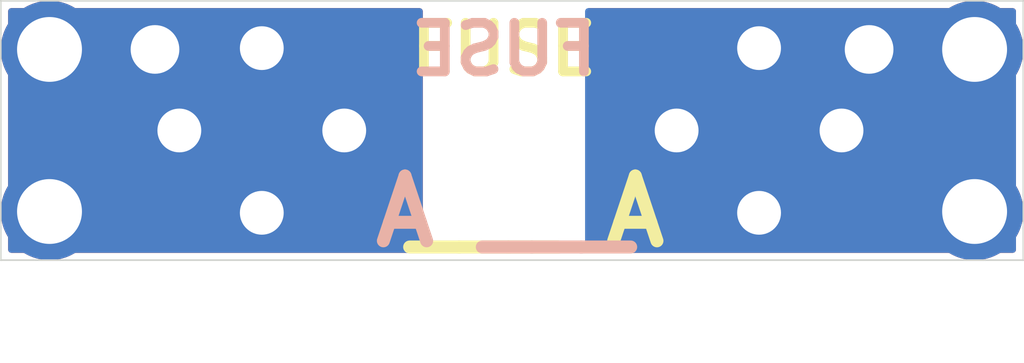
<source format=kicad_pcb>
(kicad_pcb (version 20171130) (host pcbnew "(5.1.2)-1")

  (general
    (thickness 1.6)
    (drawings 8)
    (tracks 0)
    (zones 0)
    (modules 4)
    (nets 3)
  )

  (page A4)
  (layers
    (0 F.Cu signal)
    (31 B.Cu signal)
    (32 B.Adhes user)
    (33 F.Adhes user)
    (34 B.Paste user)
    (35 F.Paste user)
    (36 B.SilkS user)
    (37 F.SilkS user)
    (38 B.Mask user)
    (39 F.Mask user)
    (40 Dwgs.User user)
    (41 Cmts.User user)
    (42 Eco1.User user)
    (43 Eco2.User user)
    (44 Edge.Cuts user)
    (45 Margin user)
    (46 B.CrtYd user)
    (47 F.CrtYd user)
    (48 B.Fab user)
    (49 F.Fab user)
  )

  (setup
    (last_trace_width 0.25)
    (trace_clearance 0.2)
    (zone_clearance 0.2)
    (zone_45_only no)
    (trace_min 0.2)
    (via_size 0.8)
    (via_drill 0.4)
    (via_min_size 0.4)
    (via_min_drill 0.3)
    (uvia_size 0.3)
    (uvia_drill 0.1)
    (uvias_allowed no)
    (uvia_min_size 0.2)
    (uvia_min_drill 0.1)
    (edge_width 0.05)
    (segment_width 0.2)
    (pcb_text_width 0.3)
    (pcb_text_size 1.5 1.5)
    (mod_edge_width 0.12)
    (mod_text_size 1 1)
    (mod_text_width 0.15)
    (pad_size 1.524 1.524)
    (pad_drill 0.762)
    (pad_to_mask_clearance 0.051)
    (solder_mask_min_width 0.25)
    (aux_axis_origin 118.5 71)
    (visible_elements 7FFFFFFF)
    (pcbplotparams
      (layerselection 0x010f0_ffffffff)
      (usegerberextensions true)
      (usegerberattributes false)
      (usegerberadvancedattributes false)
      (creategerberjobfile false)
      (excludeedgelayer true)
      (linewidth 0.100000)
      (plotframeref false)
      (viasonmask false)
      (mode 1)
      (useauxorigin true)
      (hpglpennumber 1)
      (hpglpenspeed 20)
      (hpglpendiameter 15.000000)
      (psnegative false)
      (psa4output false)
      (plotreference false)
      (plotvalue false)
      (plotinvisibletext false)
      (padsonsilk false)
      (subtractmaskfromsilk false)
      (outputformat 1)
      (mirror false)
      (drillshape 0)
      (scaleselection 1)
      (outputdirectory "gerbers/"))
  )

  (net 0 "")
  (net 1 "Net-(F1-Pad2)")
  (net 2 "Net-(F1-Pad1)")

  (net_class Default "This is the default net class."
    (clearance 0.2)
    (trace_width 0.25)
    (via_dia 0.8)
    (via_drill 0.4)
    (uvia_dia 0.3)
    (uvia_drill 0.1)
    (add_net "Net-(F1-Pad1)")
    (add_net "Net-(F1-Pad2)")
  )

  (module fuse_holder_breakout:Fuseholder5x20_horiz_open_universal_Type-III (layer F.Cu) (tedit 0) (tstamp 5D03FAD4)
    (at 92.5 75)
    (descr "Fuseholder, 5x20, open, horizontal, Type-III, universal, inline, lateral,")
    (tags "Fuseholder 5x20 open horizontal Type-III universal inline lateral Sicherungshalter offen ")
    (path /5D0361DA)
    (fp_text reference F1 (at 10.2 -5.08) (layer F.SilkS) hide
      (effects (font (size 1 1) (thickness 0.15)))
    )
    (fp_text value Fuse (at 12.74 6.35) (layer F.Fab)
      (effects (font (size 1 1) (thickness 0.15)))
    )
    (pad 1 thru_hole circle (at 2.54 2.54) (size 2.35 2.35) (drill 1.35) (layers *.Cu *.Mask)
      (net 2 "Net-(F1-Pad1)"))
    (pad 1 thru_hole circle (at 2.54 -2.54) (size 2.35 2.35) (drill 1.35) (layers *.Cu *.Mask)
      (net 2 "Net-(F1-Pad1)"))
    (pad 2 thru_hole circle (at 17.86 2.54) (size 2.35 2.35) (drill 1.35) (layers *.Cu *.Mask)
      (net 1 "Net-(F1-Pad2)"))
    (pad 2 thru_hole circle (at 17.86 -2.54) (size 2.35 2.35) (drill 1.35) (layers *.Cu *.Mask)
      (net 1 "Net-(F1-Pad2)"))
    (pad 1 thru_hole circle (at 0 0) (size 2.35 2.35) (drill 1.35) (layers *.Cu *.Mask)
      (net 2 "Net-(F1-Pad1)"))
    (pad 1 thru_hole circle (at 5.08 0) (size 2.35 2.35) (drill 1.35) (layers *.Cu *.Mask)
      (net 2 "Net-(F1-Pad1)"))
    (pad 2 thru_hole circle (at 20.4 0) (size 2.35 2.35) (drill 1.35) (layers *.Cu *.Mask)
      (net 1 "Net-(F1-Pad2)"))
    (pad 2 thru_hole circle (at 15.32 0) (size 2.35 2.35) (drill 1.35) (layers *.Cu *.Mask)
      (net 1 "Net-(F1-Pad2)"))
  )

  (module fuse_holder_breakout:Fuseholder5x20_horiz_SemiClosed_Casing10x25mm (layer F.Cu) (tedit 5880C4BF) (tstamp 5D03FB00)
    (at 91.75 72.5)
    (descr "Fuseholder, 5x20, Semi closed, horizontal, Casing 10x25mm,")
    (tags "Fuseholder 5x20 Semi closed horizontal Casing 10x25mm Sicherungshalter halbgeschlossen ")
    (path /5D03AAD5)
    (fp_text reference F2 (at 11 -7.62) (layer F.SilkS) hide
      (effects (font (size 1 1) (thickness 0.15)))
    )
    (fp_text value Fuse (at 12.27 7.62) (layer F.Fab)
      (effects (font (size 1 1) (thickness 0.15)))
    )
    (pad 1 thru_hole oval (at 0 0 270) (size 2.5 4) (drill 1.5) (layers *.Cu *.Mask)
      (net 2 "Net-(F1-Pad1)"))
    (pad 2 thru_hole oval (at 22 0 270) (size 2.5 4) (drill 1.5) (layers *.Cu *.Mask)
      (net 1 "Net-(F1-Pad2)"))
  )

  (module fuse_holder_breakout:WireConnection_2mmDrill (layer F.Cu) (tedit 5CC1D72F) (tstamp 5D03FB06)
    (at 117 75 90)
    (descr "WireConnection with 2mm drill")
    (path /5D036B06)
    (fp_text reference J1 (at 2.3514 0.2032 90) (layer F.SilkS) hide
      (effects (font (size 1 1) (thickness 0.15)))
    )
    (fp_text value 1 (at 0 0 90) (layer F.Fab)
      (effects (font (size 1 1) (thickness 0.15)))
    )
    (pad 1 thru_hole circle (at -2.5 0 90) (size 3 3) (drill 1.99898) (layers *.Cu *.Mask)
      (net 1 "Net-(F1-Pad2)"))
    (pad 2 thru_hole circle (at 2.5 0 90) (size 3 3) (drill 1.99898) (layers *.Cu *.Mask)
      (net 1 "Net-(F1-Pad2)"))
  )

  (module fuse_holder_breakout:WireConnection_2mmDrill (layer F.Cu) (tedit 5CC1D72F) (tstamp 5D03FB0C)
    (at 88.5 75 90)
    (descr "WireConnection with 2mm drill")
    (path /5D0371E3)
    (fp_text reference J2 (at 2.3514 0.2032 90) (layer F.SilkS) hide
      (effects (font (size 1 1) (thickness 0.15)))
    )
    (fp_text value 1 (at 0 0 90) (layer F.Fab)
      (effects (font (size 1 1) (thickness 0.15)))
    )
    (pad 2 thru_hole circle (at 2.5 0 90) (size 3 3) (drill 1.99898) (layers *.Cu *.Mask)
      (net 2 "Net-(F1-Pad1)"))
    (pad 1 thru_hole circle (at -2.5 0 90) (size 3 3) (drill 1.99898) (layers *.Cu *.Mask)
      (net 2 "Net-(F1-Pad1)"))
  )

  (gr_text "___ A" (at 102.5 77.5) (layer B.SilkS) (tstamp 5D03ADBE)
    (effects (font (size 2 2) (thickness 0.4)) (justify mirror))
  )
  (gr_text "___ A" (at 103.5 77.5) (layer F.SilkS)
    (effects (font (size 2 2) (thickness 0.4)))
  )
  (gr_text FUSE (at 102.5 72.5) (layer B.SilkS) (tstamp 5D03ACC0)
    (effects (font (size 1.5 1.5) (thickness 0.3)) (justify mirror))
  )
  (gr_text FUSE (at 102.5 72.5) (layer F.SilkS)
    (effects (font (size 1.5 1.5) (thickness 0.3)))
  )
  (gr_line (start 87 79) (end 87 71) (layer Edge.Cuts) (width 0.05) (tstamp 5D03AB84))
  (gr_line (start 118.5 79) (end 87 79) (layer Edge.Cuts) (width 0.05))
  (gr_line (start 118.5 71) (end 118.5 79) (layer Edge.Cuts) (width 0.05))
  (gr_line (start 87 71) (end 118.5 71) (layer Edge.Cuts) (width 0.05))

  (zone (net 2) (net_name "Net-(F1-Pad1)") (layer F.Cu) (tstamp 5D03AE4E) (hatch edge 0.508)
    (connect_pads yes (clearance 0.2))
    (min_thickness 0.2)
    (fill yes (arc_segments 32) (thermal_gap 0.2) (thermal_bridge_width 0.21))
    (polygon
      (pts
        (xy 87 71) (xy 100 71) (xy 100 79) (xy 87 79)
      )
    )
    (filled_polygon
      (pts
        (xy 99.9 78.675) (xy 87.325 78.675) (xy 87.325 71.325) (xy 99.9 71.325)
      )
    )
  )
  (zone (net 2) (net_name "Net-(F1-Pad1)") (layer B.Cu) (tstamp 5D03AE4B) (hatch edge 0.508)
    (connect_pads yes (clearance 0.2))
    (min_thickness 0.2)
    (fill yes (arc_segments 32) (thermal_gap 0.2) (thermal_bridge_width 0.21))
    (polygon
      (pts
        (xy 87 79) (xy 100 79) (xy 100 71) (xy 87 71)
      )
    )
    (filled_polygon
      (pts
        (xy 99.9 78.675) (xy 87.325 78.675) (xy 87.325 71.325) (xy 99.9 71.325)
      )
    )
  )
  (zone (net 1) (net_name "Net-(F1-Pad2)") (layer F.Cu) (tstamp 5D03AE48) (hatch edge 0.508)
    (connect_pads yes (clearance 0.2))
    (min_thickness 0.2)
    (fill yes (arc_segments 32) (thermal_gap 0.2) (thermal_bridge_width 0.21))
    (polygon
      (pts
        (xy 105.037884 71) (xy 118.5 71) (xy 118.5 79) (xy 105.037884 79)
      )
    )
    (filled_polygon
      (pts
        (xy 118.175001 78.675) (xy 105.137884 78.675) (xy 105.137884 71.325) (xy 118.175 71.325)
      )
    )
  )
  (zone (net 1) (net_name "Net-(F1-Pad2)") (layer B.Cu) (tstamp 5D03AE45) (hatch edge 0.508)
    (connect_pads yes (clearance 0.2))
    (min_thickness 0.2)
    (fill yes (arc_segments 32) (thermal_gap 0.2) (thermal_bridge_width 0.21))
    (polygon
      (pts
        (xy 105 79) (xy 118.5 79) (xy 118.5 71) (xy 105 71)
      )
    )
    (filled_polygon
      (pts
        (xy 118.175001 78.675) (xy 105.1 78.675) (xy 105.1 71.325) (xy 118.175 71.325)
      )
    )
  )
)

</source>
